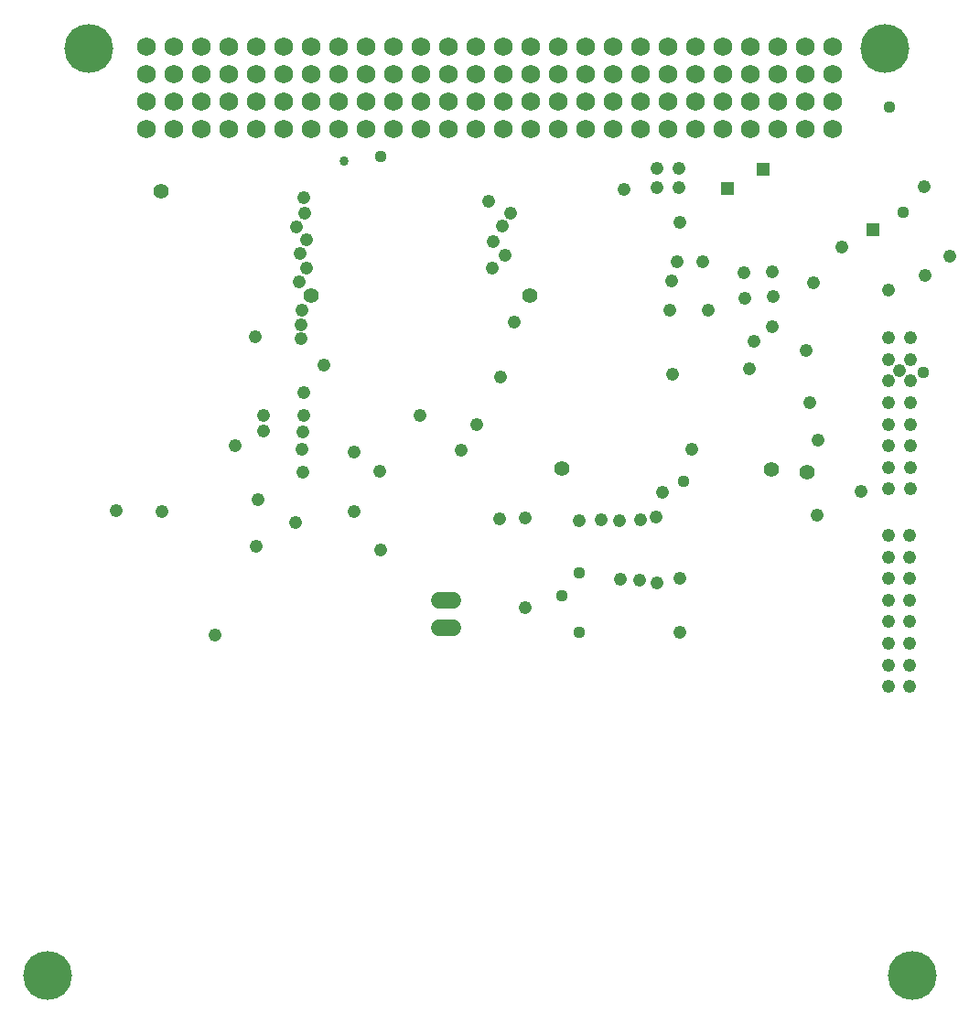
<source format=gbs>
G75*
G70*
%OFA0B0*%
%FSLAX24Y24*%
%IPPOS*%
%LPD*%
%AMOC8*
5,1,8,0,0,1.08239X$1,22.5*
%
%ADD10C,0.1379*%
%ADD11C,0.0680*%
%ADD12C,0.0477*%
%ADD13C,0.0600*%
%ADD14C,0.0476*%
%ADD15C,0.0437*%
%ADD16C,0.0340*%
%ADD17C,0.0555*%
%ADD18C,0.1779*%
%ADD19R,0.0476X0.0476*%
D10*
X002302Y001462D03*
X033802Y001462D03*
X032802Y035212D03*
X003802Y035212D03*
D11*
X005908Y035293D03*
X006908Y035293D03*
X007908Y035293D03*
X008908Y035293D03*
X009908Y035293D03*
X010908Y035293D03*
X011908Y035293D03*
X012908Y035293D03*
X013908Y035293D03*
X014908Y035293D03*
X015908Y035293D03*
X016908Y035293D03*
X017908Y035293D03*
X018908Y035293D03*
X019908Y035293D03*
X020908Y035293D03*
X021908Y035293D03*
X022908Y035293D03*
X023908Y035293D03*
X024908Y035293D03*
X025908Y035293D03*
X026908Y035293D03*
X027908Y035293D03*
X028908Y035293D03*
X029908Y035293D03*
X030908Y035293D03*
X030908Y034293D03*
X030905Y033296D03*
X030905Y032296D03*
X029905Y032296D03*
X028905Y032296D03*
X028905Y033296D03*
X029905Y033296D03*
X029908Y034293D03*
X028908Y034293D03*
X027908Y034293D03*
X027905Y033296D03*
X027905Y032296D03*
X026905Y032296D03*
X026905Y033296D03*
X026908Y034293D03*
X025908Y034293D03*
X024908Y034293D03*
X024905Y033296D03*
X024905Y032296D03*
X025905Y032296D03*
X025905Y033296D03*
X023905Y033296D03*
X023905Y032296D03*
X022905Y032296D03*
X022905Y033296D03*
X022908Y034293D03*
X023908Y034293D03*
X021908Y034293D03*
X020908Y034293D03*
X020905Y033296D03*
X020905Y032296D03*
X021905Y032296D03*
X021905Y033296D03*
X019905Y033296D03*
X019905Y032296D03*
X018905Y032296D03*
X018905Y033296D03*
X018908Y034293D03*
X019908Y034293D03*
X017908Y034293D03*
X017905Y033296D03*
X017905Y032296D03*
X016905Y032296D03*
X015905Y032296D03*
X015905Y033296D03*
X016905Y033296D03*
X016908Y034293D03*
X015908Y034293D03*
X014908Y034293D03*
X014905Y033296D03*
X014905Y032296D03*
X013905Y032296D03*
X013905Y033296D03*
X013908Y034293D03*
X012908Y034293D03*
X011908Y034293D03*
X011905Y033296D03*
X011905Y032296D03*
X012905Y032296D03*
X012905Y033296D03*
X010905Y033296D03*
X010905Y032296D03*
X009905Y032296D03*
X009905Y033296D03*
X009908Y034293D03*
X010908Y034293D03*
X008908Y034293D03*
X008905Y033296D03*
X008905Y032296D03*
X007905Y032296D03*
X006905Y032296D03*
X006905Y033296D03*
X007905Y033296D03*
X007908Y034293D03*
X006908Y034293D03*
X005908Y034293D03*
X005905Y033296D03*
X005905Y032296D03*
D12*
X032931Y024682D03*
X032931Y023895D03*
X032931Y023108D03*
X033719Y023108D03*
X033719Y023895D03*
X033719Y024682D03*
X033719Y022320D03*
X033719Y021533D03*
X032931Y021533D03*
X032931Y022320D03*
X032931Y020745D03*
X032931Y019958D03*
X032931Y019171D03*
X033719Y019171D03*
X033719Y019958D03*
X033719Y020745D03*
X033712Y017487D03*
X032925Y017487D03*
X032925Y016700D03*
X033712Y016700D03*
X033712Y015912D03*
X032925Y015912D03*
X032925Y015125D03*
X033712Y015125D03*
X033712Y014337D03*
X032925Y014337D03*
X032925Y013550D03*
X033712Y013550D03*
X033712Y012762D03*
X033712Y011975D03*
X032925Y011975D03*
X032925Y012762D03*
D13*
X017068Y014133D02*
X016548Y014133D01*
X016548Y015133D02*
X017068Y015133D01*
D14*
X019691Y014853D03*
X019691Y018122D03*
X018763Y018100D03*
X017370Y020595D03*
X017913Y021502D03*
X018785Y023246D03*
X019293Y025234D03*
X018512Y027215D03*
X018952Y027693D03*
X018513Y028184D03*
X018848Y028756D03*
X019165Y029210D03*
X018368Y029644D03*
X023285Y030076D03*
X024495Y030147D03*
X024489Y030853D03*
X025287Y030853D03*
X025312Y030144D03*
X025315Y028873D03*
X025239Y027436D03*
X025014Y026736D03*
X024948Y025698D03*
X026361Y025698D03*
X027690Y026117D03*
X027667Y027067D03*
X028682Y027070D03*
X028719Y026186D03*
X028701Y025082D03*
X028015Y024554D03*
X027873Y023535D03*
X029915Y024216D03*
X030063Y022302D03*
X030357Y020940D03*
X031921Y019099D03*
X030344Y018206D03*
X025761Y020628D03*
X024688Y019049D03*
X024447Y018159D03*
X023879Y018050D03*
X023139Y018011D03*
X022454Y018055D03*
X021660Y018033D03*
X023168Y015891D03*
X023860Y015862D03*
X024487Y015767D03*
X025332Y015905D03*
X025332Y013944D03*
X025075Y023351D03*
X026147Y027449D03*
X030183Y026691D03*
X031243Y027972D03*
X032922Y026404D03*
X034250Y026941D03*
X035175Y027663D03*
X034237Y030177D03*
X033333Y023490D03*
X015871Y021842D03*
X014412Y019825D03*
X013465Y020516D03*
X011569Y020608D03*
X011610Y021257D03*
X011637Y021855D03*
X011627Y022672D03*
X012371Y023679D03*
X011534Y024646D03*
X011538Y025166D03*
X011553Y025679D03*
X011462Y026728D03*
X011731Y027230D03*
X011485Y027743D03*
X011718Y028242D03*
X011364Y028713D03*
X011668Y029225D03*
X011630Y029787D03*
X009846Y024704D03*
X010150Y021855D03*
X010154Y021288D03*
X009140Y020751D03*
X009959Y018791D03*
X011320Y017946D03*
X009906Y017094D03*
X011603Y019772D03*
X013458Y018367D03*
X014413Y016951D03*
X008395Y013859D03*
X006453Y018363D03*
X004800Y018381D03*
D15*
X014419Y031270D03*
X025447Y019439D03*
X021665Y016101D03*
X021023Y015271D03*
X021675Y013937D03*
X034204Y023425D03*
X033447Y029248D03*
X032971Y033082D03*
D16*
X013082Y031123D03*
D17*
X011891Y026208D03*
X006428Y030004D03*
X019846Y026206D03*
X021038Y019933D03*
X028659Y019889D03*
X029962Y019800D03*
D18*
X032802Y035214D03*
X003800Y035212D03*
X002302Y001462D03*
X033799Y001464D03*
D19*
X032373Y028607D03*
X028357Y030807D03*
X027046Y030118D03*
M02*

</source>
